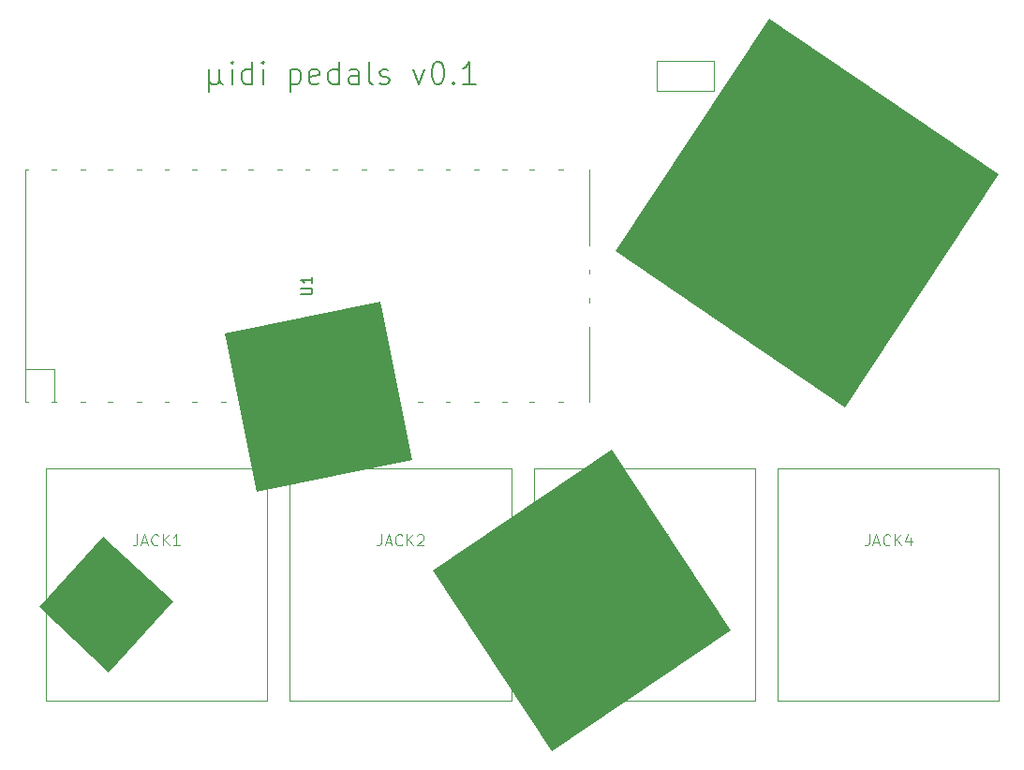
<source format=gbr>
%TF.GenerationSoftware,KiCad,Pcbnew,8.0.7*%
%TF.CreationDate,2025-04-18T20:19:49+02:00*%
%TF.ProjectId,midi_pedals,6d696469-5f70-4656-9461-6c732e6b6963,rev?*%
%TF.SameCoordinates,Original*%
%TF.FileFunction,Legend,Top*%
%TF.FilePolarity,Positive*%
%FSLAX46Y46*%
G04 Gerber Fmt 4.6, Leading zero omitted, Abs format (unit mm)*
G04 Created by KiCad (PCBNEW 8.0.7) date 2025-04-18 20:19:49*
%MOMM*%
%LPD*%
G01*
G04 APERTURE LIST*
%ADD10C,0.000000*%
%ADD11C,0.200000*%
%ADD12C,0.100000*%
%ADD13C,0.150000*%
%ADD14C,0.120000*%
G04 APERTURE END LIST*
D10*
G36*
X191466972Y-34934739D02*
G01*
X177554092Y-55981137D01*
X156824316Y-41855508D01*
X170737187Y-20807858D01*
X191466972Y-34934739D01*
G37*
G36*
X116844039Y-73507085D02*
G01*
X111065889Y-79909733D01*
X104759601Y-74042724D01*
X110537752Y-67640077D01*
X116844039Y-73507085D01*
G37*
G36*
X167266795Y-76152747D02*
G01*
X151113747Y-87093319D01*
X140337116Y-70693722D01*
X156490169Y-59753146D01*
X167266795Y-76152747D01*
G37*
G36*
X138432336Y-60693022D02*
G01*
X124383052Y-63570209D01*
X121548414Y-49306912D01*
X135600202Y-46429726D01*
X138432336Y-60693022D01*
G37*
D11*
X120107768Y-25411504D02*
X120107768Y-27411504D01*
X121060149Y-26459123D02*
X121155387Y-26649600D01*
X121155387Y-26649600D02*
X121345863Y-26744838D01*
X120107768Y-26459123D02*
X120203006Y-26649600D01*
X120203006Y-26649600D02*
X120393482Y-26744838D01*
X120393482Y-26744838D02*
X120774435Y-26744838D01*
X120774435Y-26744838D02*
X120964911Y-26649600D01*
X120964911Y-26649600D02*
X121060149Y-26459123D01*
X121060149Y-26459123D02*
X121060149Y-25411504D01*
X122203006Y-26744838D02*
X122203006Y-25411504D01*
X122203006Y-24744838D02*
X122107768Y-24840076D01*
X122107768Y-24840076D02*
X122203006Y-24935314D01*
X122203006Y-24935314D02*
X122298244Y-24840076D01*
X122298244Y-24840076D02*
X122203006Y-24744838D01*
X122203006Y-24744838D02*
X122203006Y-24935314D01*
X124012530Y-26744838D02*
X124012530Y-24744838D01*
X124012530Y-26649600D02*
X123822054Y-26744838D01*
X123822054Y-26744838D02*
X123441101Y-26744838D01*
X123441101Y-26744838D02*
X123250625Y-26649600D01*
X123250625Y-26649600D02*
X123155387Y-26554361D01*
X123155387Y-26554361D02*
X123060149Y-26363885D01*
X123060149Y-26363885D02*
X123060149Y-25792457D01*
X123060149Y-25792457D02*
X123155387Y-25601980D01*
X123155387Y-25601980D02*
X123250625Y-25506742D01*
X123250625Y-25506742D02*
X123441101Y-25411504D01*
X123441101Y-25411504D02*
X123822054Y-25411504D01*
X123822054Y-25411504D02*
X124012530Y-25506742D01*
X124964911Y-26744838D02*
X124964911Y-25411504D01*
X124964911Y-24744838D02*
X124869673Y-24840076D01*
X124869673Y-24840076D02*
X124964911Y-24935314D01*
X124964911Y-24935314D02*
X125060149Y-24840076D01*
X125060149Y-24840076D02*
X124964911Y-24744838D01*
X124964911Y-24744838D02*
X124964911Y-24935314D01*
X127441102Y-25411504D02*
X127441102Y-27411504D01*
X127441102Y-25506742D02*
X127631578Y-25411504D01*
X127631578Y-25411504D02*
X128012531Y-25411504D01*
X128012531Y-25411504D02*
X128203007Y-25506742D01*
X128203007Y-25506742D02*
X128298245Y-25601980D01*
X128298245Y-25601980D02*
X128393483Y-25792457D01*
X128393483Y-25792457D02*
X128393483Y-26363885D01*
X128393483Y-26363885D02*
X128298245Y-26554361D01*
X128298245Y-26554361D02*
X128203007Y-26649600D01*
X128203007Y-26649600D02*
X128012531Y-26744838D01*
X128012531Y-26744838D02*
X127631578Y-26744838D01*
X127631578Y-26744838D02*
X127441102Y-26649600D01*
X130012531Y-26649600D02*
X129822055Y-26744838D01*
X129822055Y-26744838D02*
X129441102Y-26744838D01*
X129441102Y-26744838D02*
X129250626Y-26649600D01*
X129250626Y-26649600D02*
X129155388Y-26459123D01*
X129155388Y-26459123D02*
X129155388Y-25697219D01*
X129155388Y-25697219D02*
X129250626Y-25506742D01*
X129250626Y-25506742D02*
X129441102Y-25411504D01*
X129441102Y-25411504D02*
X129822055Y-25411504D01*
X129822055Y-25411504D02*
X130012531Y-25506742D01*
X130012531Y-25506742D02*
X130107769Y-25697219D01*
X130107769Y-25697219D02*
X130107769Y-25887695D01*
X130107769Y-25887695D02*
X129155388Y-26078171D01*
X131822055Y-26744838D02*
X131822055Y-24744838D01*
X131822055Y-26649600D02*
X131631579Y-26744838D01*
X131631579Y-26744838D02*
X131250626Y-26744838D01*
X131250626Y-26744838D02*
X131060150Y-26649600D01*
X131060150Y-26649600D02*
X130964912Y-26554361D01*
X130964912Y-26554361D02*
X130869674Y-26363885D01*
X130869674Y-26363885D02*
X130869674Y-25792457D01*
X130869674Y-25792457D02*
X130964912Y-25601980D01*
X130964912Y-25601980D02*
X131060150Y-25506742D01*
X131060150Y-25506742D02*
X131250626Y-25411504D01*
X131250626Y-25411504D02*
X131631579Y-25411504D01*
X131631579Y-25411504D02*
X131822055Y-25506742D01*
X133631579Y-26744838D02*
X133631579Y-25697219D01*
X133631579Y-25697219D02*
X133536341Y-25506742D01*
X133536341Y-25506742D02*
X133345865Y-25411504D01*
X133345865Y-25411504D02*
X132964912Y-25411504D01*
X132964912Y-25411504D02*
X132774436Y-25506742D01*
X133631579Y-26649600D02*
X133441103Y-26744838D01*
X133441103Y-26744838D02*
X132964912Y-26744838D01*
X132964912Y-26744838D02*
X132774436Y-26649600D01*
X132774436Y-26649600D02*
X132679198Y-26459123D01*
X132679198Y-26459123D02*
X132679198Y-26268647D01*
X132679198Y-26268647D02*
X132774436Y-26078171D01*
X132774436Y-26078171D02*
X132964912Y-25982933D01*
X132964912Y-25982933D02*
X133441103Y-25982933D01*
X133441103Y-25982933D02*
X133631579Y-25887695D01*
X134869674Y-26744838D02*
X134679198Y-26649600D01*
X134679198Y-26649600D02*
X134583960Y-26459123D01*
X134583960Y-26459123D02*
X134583960Y-24744838D01*
X135536341Y-26649600D02*
X135726817Y-26744838D01*
X135726817Y-26744838D02*
X136107769Y-26744838D01*
X136107769Y-26744838D02*
X136298246Y-26649600D01*
X136298246Y-26649600D02*
X136393484Y-26459123D01*
X136393484Y-26459123D02*
X136393484Y-26363885D01*
X136393484Y-26363885D02*
X136298246Y-26173409D01*
X136298246Y-26173409D02*
X136107769Y-26078171D01*
X136107769Y-26078171D02*
X135822055Y-26078171D01*
X135822055Y-26078171D02*
X135631579Y-25982933D01*
X135631579Y-25982933D02*
X135536341Y-25792457D01*
X135536341Y-25792457D02*
X135536341Y-25697219D01*
X135536341Y-25697219D02*
X135631579Y-25506742D01*
X135631579Y-25506742D02*
X135822055Y-25411504D01*
X135822055Y-25411504D02*
X136107769Y-25411504D01*
X136107769Y-25411504D02*
X136298246Y-25506742D01*
X138583961Y-25411504D02*
X139060151Y-26744838D01*
X139060151Y-26744838D02*
X139536342Y-25411504D01*
X140679199Y-24744838D02*
X140869676Y-24744838D01*
X140869676Y-24744838D02*
X141060152Y-24840076D01*
X141060152Y-24840076D02*
X141155390Y-24935314D01*
X141155390Y-24935314D02*
X141250628Y-25125790D01*
X141250628Y-25125790D02*
X141345866Y-25506742D01*
X141345866Y-25506742D02*
X141345866Y-25982933D01*
X141345866Y-25982933D02*
X141250628Y-26363885D01*
X141250628Y-26363885D02*
X141155390Y-26554361D01*
X141155390Y-26554361D02*
X141060152Y-26649600D01*
X141060152Y-26649600D02*
X140869676Y-26744838D01*
X140869676Y-26744838D02*
X140679199Y-26744838D01*
X140679199Y-26744838D02*
X140488723Y-26649600D01*
X140488723Y-26649600D02*
X140393485Y-26554361D01*
X140393485Y-26554361D02*
X140298247Y-26363885D01*
X140298247Y-26363885D02*
X140203009Y-25982933D01*
X140203009Y-25982933D02*
X140203009Y-25506742D01*
X140203009Y-25506742D02*
X140298247Y-25125790D01*
X140298247Y-25125790D02*
X140393485Y-24935314D01*
X140393485Y-24935314D02*
X140488723Y-24840076D01*
X140488723Y-24840076D02*
X140679199Y-24744838D01*
X142203009Y-26554361D02*
X142298247Y-26649600D01*
X142298247Y-26649600D02*
X142203009Y-26744838D01*
X142203009Y-26744838D02*
X142107771Y-26649600D01*
X142107771Y-26649600D02*
X142203009Y-26554361D01*
X142203009Y-26554361D02*
X142203009Y-26744838D01*
X144203009Y-26744838D02*
X143060152Y-26744838D01*
X143631580Y-26744838D02*
X143631580Y-24744838D01*
X143631580Y-24744838D02*
X143441104Y-25030552D01*
X143441104Y-25030552D02*
X143250628Y-25221028D01*
X143250628Y-25221028D02*
X143060152Y-25316266D01*
D12*
X179738095Y-67457419D02*
X179738095Y-68171704D01*
X179738095Y-68171704D02*
X179690476Y-68314561D01*
X179690476Y-68314561D02*
X179595238Y-68409800D01*
X179595238Y-68409800D02*
X179452381Y-68457419D01*
X179452381Y-68457419D02*
X179357143Y-68457419D01*
X180166667Y-68171704D02*
X180642857Y-68171704D01*
X180071429Y-68457419D02*
X180404762Y-67457419D01*
X180404762Y-67457419D02*
X180738095Y-68457419D01*
X181642857Y-68362180D02*
X181595238Y-68409800D01*
X181595238Y-68409800D02*
X181452381Y-68457419D01*
X181452381Y-68457419D02*
X181357143Y-68457419D01*
X181357143Y-68457419D02*
X181214286Y-68409800D01*
X181214286Y-68409800D02*
X181119048Y-68314561D01*
X181119048Y-68314561D02*
X181071429Y-68219323D01*
X181071429Y-68219323D02*
X181023810Y-68028847D01*
X181023810Y-68028847D02*
X181023810Y-67885990D01*
X181023810Y-67885990D02*
X181071429Y-67695514D01*
X181071429Y-67695514D02*
X181119048Y-67600276D01*
X181119048Y-67600276D02*
X181214286Y-67505038D01*
X181214286Y-67505038D02*
X181357143Y-67457419D01*
X181357143Y-67457419D02*
X181452381Y-67457419D01*
X181452381Y-67457419D02*
X181595238Y-67505038D01*
X181595238Y-67505038D02*
X181642857Y-67552657D01*
X182071429Y-68457419D02*
X182071429Y-67457419D01*
X182642857Y-68457419D02*
X182214286Y-67885990D01*
X182642857Y-67457419D02*
X182071429Y-68028847D01*
X183500000Y-67790752D02*
X183500000Y-68457419D01*
X183261905Y-67409800D02*
X183023810Y-68124085D01*
X183023810Y-68124085D02*
X183642857Y-68124085D01*
X157688095Y-67457419D02*
X157688095Y-68171704D01*
X157688095Y-68171704D02*
X157640476Y-68314561D01*
X157640476Y-68314561D02*
X157545238Y-68409800D01*
X157545238Y-68409800D02*
X157402381Y-68457419D01*
X157402381Y-68457419D02*
X157307143Y-68457419D01*
X158116667Y-68171704D02*
X158592857Y-68171704D01*
X158021429Y-68457419D02*
X158354762Y-67457419D01*
X158354762Y-67457419D02*
X158688095Y-68457419D01*
X159592857Y-68362180D02*
X159545238Y-68409800D01*
X159545238Y-68409800D02*
X159402381Y-68457419D01*
X159402381Y-68457419D02*
X159307143Y-68457419D01*
X159307143Y-68457419D02*
X159164286Y-68409800D01*
X159164286Y-68409800D02*
X159069048Y-68314561D01*
X159069048Y-68314561D02*
X159021429Y-68219323D01*
X159021429Y-68219323D02*
X158973810Y-68028847D01*
X158973810Y-68028847D02*
X158973810Y-67885990D01*
X158973810Y-67885990D02*
X159021429Y-67695514D01*
X159021429Y-67695514D02*
X159069048Y-67600276D01*
X159069048Y-67600276D02*
X159164286Y-67505038D01*
X159164286Y-67505038D02*
X159307143Y-67457419D01*
X159307143Y-67457419D02*
X159402381Y-67457419D01*
X159402381Y-67457419D02*
X159545238Y-67505038D01*
X159545238Y-67505038D02*
X159592857Y-67552657D01*
X160021429Y-68457419D02*
X160021429Y-67457419D01*
X160592857Y-68457419D02*
X160164286Y-67885990D01*
X160592857Y-67457419D02*
X160021429Y-68028847D01*
X160926191Y-67457419D02*
X161545238Y-67457419D01*
X161545238Y-67457419D02*
X161211905Y-67838371D01*
X161211905Y-67838371D02*
X161354762Y-67838371D01*
X161354762Y-67838371D02*
X161450000Y-67885990D01*
X161450000Y-67885990D02*
X161497619Y-67933609D01*
X161497619Y-67933609D02*
X161545238Y-68028847D01*
X161545238Y-68028847D02*
X161545238Y-68266942D01*
X161545238Y-68266942D02*
X161497619Y-68362180D01*
X161497619Y-68362180D02*
X161450000Y-68409800D01*
X161450000Y-68409800D02*
X161354762Y-68457419D01*
X161354762Y-68457419D02*
X161069048Y-68457419D01*
X161069048Y-68457419D02*
X160973810Y-68409800D01*
X160973810Y-68409800D02*
X160926191Y-68362180D01*
X135638095Y-67457419D02*
X135638095Y-68171704D01*
X135638095Y-68171704D02*
X135590476Y-68314561D01*
X135590476Y-68314561D02*
X135495238Y-68409800D01*
X135495238Y-68409800D02*
X135352381Y-68457419D01*
X135352381Y-68457419D02*
X135257143Y-68457419D01*
X136066667Y-68171704D02*
X136542857Y-68171704D01*
X135971429Y-68457419D02*
X136304762Y-67457419D01*
X136304762Y-67457419D02*
X136638095Y-68457419D01*
X137542857Y-68362180D02*
X137495238Y-68409800D01*
X137495238Y-68409800D02*
X137352381Y-68457419D01*
X137352381Y-68457419D02*
X137257143Y-68457419D01*
X137257143Y-68457419D02*
X137114286Y-68409800D01*
X137114286Y-68409800D02*
X137019048Y-68314561D01*
X137019048Y-68314561D02*
X136971429Y-68219323D01*
X136971429Y-68219323D02*
X136923810Y-68028847D01*
X136923810Y-68028847D02*
X136923810Y-67885990D01*
X136923810Y-67885990D02*
X136971429Y-67695514D01*
X136971429Y-67695514D02*
X137019048Y-67600276D01*
X137019048Y-67600276D02*
X137114286Y-67505038D01*
X137114286Y-67505038D02*
X137257143Y-67457419D01*
X137257143Y-67457419D02*
X137352381Y-67457419D01*
X137352381Y-67457419D02*
X137495238Y-67505038D01*
X137495238Y-67505038D02*
X137542857Y-67552657D01*
X137971429Y-68457419D02*
X137971429Y-67457419D01*
X138542857Y-68457419D02*
X138114286Y-67885990D01*
X138542857Y-67457419D02*
X137971429Y-68028847D01*
X138923810Y-67552657D02*
X138971429Y-67505038D01*
X138971429Y-67505038D02*
X139066667Y-67457419D01*
X139066667Y-67457419D02*
X139304762Y-67457419D01*
X139304762Y-67457419D02*
X139400000Y-67505038D01*
X139400000Y-67505038D02*
X139447619Y-67552657D01*
X139447619Y-67552657D02*
X139495238Y-67647895D01*
X139495238Y-67647895D02*
X139495238Y-67743133D01*
X139495238Y-67743133D02*
X139447619Y-67885990D01*
X139447619Y-67885990D02*
X138876191Y-68457419D01*
X138876191Y-68457419D02*
X139495238Y-68457419D01*
X113588095Y-67457419D02*
X113588095Y-68171704D01*
X113588095Y-68171704D02*
X113540476Y-68314561D01*
X113540476Y-68314561D02*
X113445238Y-68409800D01*
X113445238Y-68409800D02*
X113302381Y-68457419D01*
X113302381Y-68457419D02*
X113207143Y-68457419D01*
X114016667Y-68171704D02*
X114492857Y-68171704D01*
X113921429Y-68457419D02*
X114254762Y-67457419D01*
X114254762Y-67457419D02*
X114588095Y-68457419D01*
X115492857Y-68362180D02*
X115445238Y-68409800D01*
X115445238Y-68409800D02*
X115302381Y-68457419D01*
X115302381Y-68457419D02*
X115207143Y-68457419D01*
X115207143Y-68457419D02*
X115064286Y-68409800D01*
X115064286Y-68409800D02*
X114969048Y-68314561D01*
X114969048Y-68314561D02*
X114921429Y-68219323D01*
X114921429Y-68219323D02*
X114873810Y-68028847D01*
X114873810Y-68028847D02*
X114873810Y-67885990D01*
X114873810Y-67885990D02*
X114921429Y-67695514D01*
X114921429Y-67695514D02*
X114969048Y-67600276D01*
X114969048Y-67600276D02*
X115064286Y-67505038D01*
X115064286Y-67505038D02*
X115207143Y-67457419D01*
X115207143Y-67457419D02*
X115302381Y-67457419D01*
X115302381Y-67457419D02*
X115445238Y-67505038D01*
X115445238Y-67505038D02*
X115492857Y-67552657D01*
X115921429Y-68457419D02*
X115921429Y-67457419D01*
X116492857Y-68457419D02*
X116064286Y-67885990D01*
X116492857Y-67457419D02*
X115921429Y-68028847D01*
X117445238Y-68457419D02*
X116873810Y-68457419D01*
X117159524Y-68457419D02*
X117159524Y-67457419D01*
X117159524Y-67457419D02*
X117064286Y-67600276D01*
X117064286Y-67600276D02*
X116969048Y-67695514D01*
X116969048Y-67695514D02*
X116873810Y-67743133D01*
D13*
X128424819Y-45761904D02*
X129234342Y-45761904D01*
X129234342Y-45761904D02*
X129329580Y-45714285D01*
X129329580Y-45714285D02*
X129377200Y-45666666D01*
X129377200Y-45666666D02*
X129424819Y-45571428D01*
X129424819Y-45571428D02*
X129424819Y-45380952D01*
X129424819Y-45380952D02*
X129377200Y-45285714D01*
X129377200Y-45285714D02*
X129329580Y-45238095D01*
X129329580Y-45238095D02*
X129234342Y-45190476D01*
X129234342Y-45190476D02*
X128424819Y-45190476D01*
X129424819Y-44190476D02*
X129424819Y-44761904D01*
X129424819Y-44476190D02*
X128424819Y-44476190D01*
X128424819Y-44476190D02*
X128567676Y-44571428D01*
X128567676Y-44571428D02*
X128662914Y-44666666D01*
X128662914Y-44666666D02*
X128710533Y-44761904D01*
X169224819Y-26358333D02*
X169939104Y-26358333D01*
X169939104Y-26358333D02*
X170081961Y-26405952D01*
X170081961Y-26405952D02*
X170177200Y-26501190D01*
X170177200Y-26501190D02*
X170224819Y-26644047D01*
X170224819Y-26644047D02*
X170224819Y-26739285D01*
X170224819Y-25358333D02*
X170224819Y-25929761D01*
X170224819Y-25644047D02*
X169224819Y-25644047D01*
X169224819Y-25644047D02*
X169367676Y-25739285D01*
X169367676Y-25739285D02*
X169462914Y-25834523D01*
X169462914Y-25834523D02*
X169510533Y-25929761D01*
%TO.C,JACK4*%
D12*
X171500000Y-61500000D02*
X191500000Y-61500000D01*
X191500000Y-82500000D01*
X171500000Y-82500000D01*
X171500000Y-61500000D01*
%TO.C,JACK3*%
X149450000Y-61500000D02*
X169450000Y-61500000D01*
X169450000Y-82500000D01*
X149450000Y-82500000D01*
X149450000Y-61500000D01*
%TO.C,JACK2*%
X127400000Y-61500000D02*
X147400000Y-61500000D01*
X147400000Y-82500000D01*
X127400000Y-82500000D01*
X127400000Y-61500000D01*
%TO.C,JACK1*%
X105350000Y-61500000D02*
X125350000Y-61500000D01*
X125350000Y-82500000D01*
X105350000Y-82500000D01*
X105350000Y-61500000D01*
D14*
%TO.C,U1*%
X103470000Y-34500000D02*
X103770000Y-34500000D01*
X103470000Y-55500000D02*
X103470000Y-34500000D01*
X103470000Y-55500000D02*
X103770000Y-55500000D01*
X105870000Y-34500000D02*
X106270000Y-34500000D01*
X105870000Y-55500000D02*
X106270000Y-55500000D01*
X106137000Y-52493000D02*
X103470000Y-52493000D01*
X106137000Y-55500000D02*
X106137000Y-52493000D01*
X108470000Y-34500000D02*
X108870000Y-34500000D01*
X108470000Y-55500000D02*
X108870000Y-55500000D01*
X110970000Y-34500000D02*
X111370000Y-34500000D01*
X110970000Y-55500000D02*
X111370000Y-55500000D01*
X113570000Y-34500000D02*
X113970000Y-34500000D01*
X113570000Y-55500000D02*
X113970000Y-55500000D01*
X116070000Y-34500000D02*
X116470000Y-34500000D01*
X116070000Y-55500000D02*
X116470000Y-55500000D01*
X118570000Y-34500000D02*
X118970000Y-34500000D01*
X118570000Y-55500000D02*
X118970000Y-55500000D01*
X121170000Y-34500000D02*
X121570000Y-34500000D01*
X121170000Y-55500000D02*
X121570000Y-55500000D01*
X123670000Y-34500000D02*
X124070000Y-34500000D01*
X123670000Y-55500000D02*
X124070000Y-55500000D01*
X126270000Y-34500000D02*
X126670000Y-34500000D01*
X126270000Y-55500000D02*
X126670000Y-55500000D01*
X128770000Y-34500000D02*
X129170000Y-34500000D01*
X128770000Y-55500000D02*
X129170000Y-55500000D01*
X131270000Y-34500000D02*
X131670000Y-34500000D01*
X131270000Y-55500000D02*
X131670000Y-55500000D01*
X133870000Y-34500000D02*
X134270000Y-34500000D01*
X133870000Y-55500000D02*
X134270000Y-55500000D01*
X136370000Y-34500000D02*
X136770000Y-34500000D01*
X136370000Y-55500000D02*
X136770000Y-55500000D01*
X138970000Y-34500000D02*
X139370000Y-34500000D01*
X138970000Y-55500000D02*
X139370000Y-55500000D01*
X141470000Y-34500000D02*
X141870000Y-34500000D01*
X141470000Y-55500000D02*
X141870000Y-55500000D01*
X144070000Y-34500000D02*
X144470000Y-34500000D01*
X144070000Y-55500000D02*
X144470000Y-55500000D01*
X146570000Y-34500000D02*
X146970000Y-34500000D01*
X146570000Y-55500000D02*
X146970000Y-55500000D01*
X149070000Y-34500000D02*
X149470000Y-34500000D01*
X149070000Y-55500000D02*
X149470000Y-55500000D01*
X151670000Y-34500000D02*
X152070000Y-34500000D01*
X151670000Y-55500000D02*
X152070000Y-55500000D01*
X154470000Y-34500000D02*
X154470000Y-41300000D01*
X154470000Y-43900000D02*
X154470000Y-43500000D01*
X154470000Y-46500000D02*
X154470000Y-46100000D01*
X154470000Y-48700000D02*
X154470000Y-55500000D01*
%TO.C,J1*%
X160590000Y-24695000D02*
X160590000Y-27355000D01*
X165730000Y-24695000D02*
X160590000Y-24695000D01*
X165730000Y-24695000D02*
X165730000Y-27355000D01*
X165730000Y-27355000D02*
X160590000Y-27355000D01*
X168330000Y-26025000D02*
X168330000Y-27355000D01*
X168330000Y-27355000D02*
X167000000Y-27355000D01*
%TD*%
M02*

</source>
